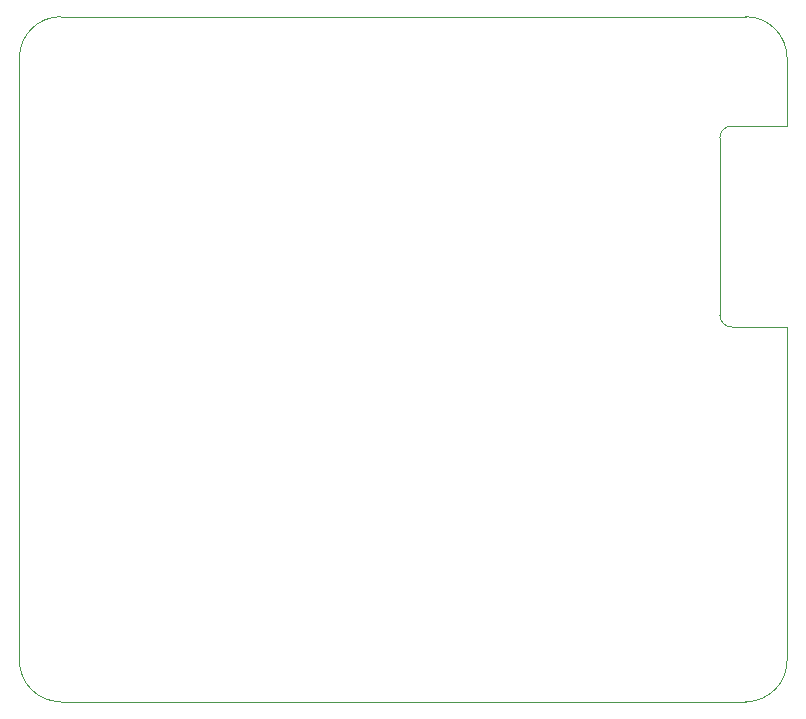
<source format=gbr>
%TF.GenerationSoftware,Altium Limited,Altium Designer,20.1.8 (145)*%
G04 Layer_Color=0*
%FSLAX45Y45*%
%MOMM*%
%TF.SameCoordinates,F34F671C-B0F6-4AC1-94B4-1D61ADA518EE*%
%TF.FilePolarity,Positive*%
%TF.FileFunction,Profile,NP*%
%TF.Part,Single*%
G01*
G75*
%TA.AperFunction,Profile*%
%ADD76C,0.02540*%
D76*
X-0Y350000D02*
X0Y5450000D01*
X0D01*
D02*
G02*
X350000Y5800000I350000J0D01*
G01*
X6150000D01*
D02*
G02*
X6500000Y5450000I0J-350000D01*
G01*
Y4874000D01*
X6030000D01*
D02*
G03*
X5930000Y4774000I0J-100000D01*
G01*
Y3274000D01*
D02*
G03*
X6030000Y3174000I100000J0D01*
G01*
X6500000D01*
Y350000D01*
X6500000D01*
D02*
G02*
X6150000Y0I-350000J0D01*
G01*
X350000Y1D01*
Y0D01*
D02*
G02*
X-0Y350000I0J350000D01*
G01*
%TF.MD5,2b2ecfebd8a1c4b9313b92ce67b289d1*%
M02*

</source>
